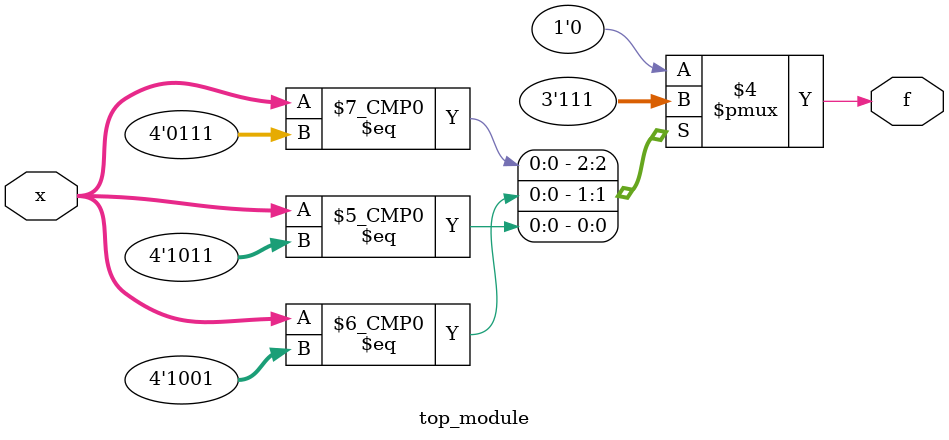
<source format=sv>
module top_module (
    input [4:1] x,
    output logic f
);

always_comb begin
    case (x)
        4'b0001: f = 1'b0;
        4'b0101: f = 1'b0;
        4'b0111: f = 1'b1;
        4'b1001: f = 1'b1;
        4'b1011: f = 1'b1;
        4'b1101: f = 1'b0;
        default: f = 1'b0; // Handling don't-care conditions
    endcase
end

endmodule

</source>
